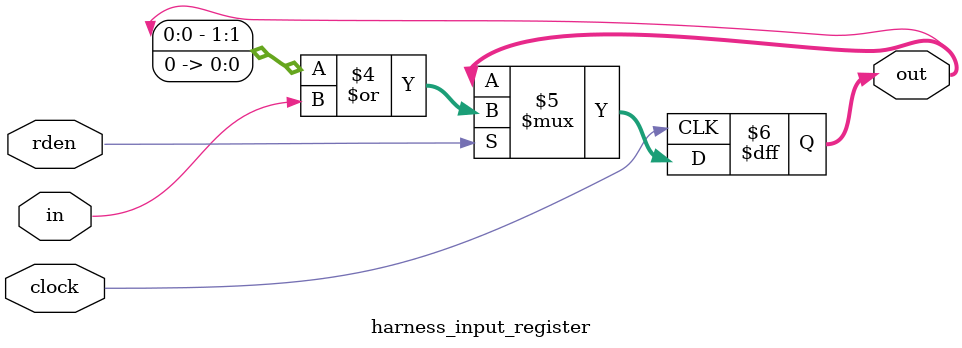
<source format=v>


`default_nettype none

module harness_input_register
#(
    parameter   integer WIDTH           = 0
)
(
    input       wire                    clock,    
    input       wire                    in,
    input       wire                    rden,
    output      reg     [WIDTH-1:0]     out
);
    always @(posedge clock) begin
        out <= (rden == 1'b1) ? out << 1 | in : out;
    end
endmodule


</source>
